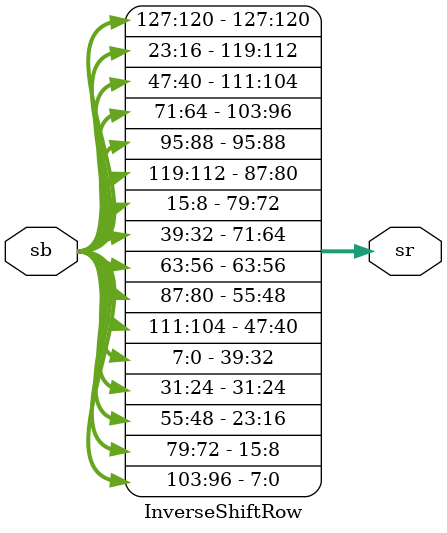
<source format=v>
`timescale 1ns / 1ps

module InverseShiftRow(sb,sr);

input [127:0] sb;
output [127:0] sr;

assign         sr[127:120]= sb[127:120];  
assign         sr[87:80]= sb[119:112];
assign          sr[47:40]= sb[111:104];
assign         sr[7:0]= sb[103:96];
   
assign          sr[95:88]=sb[95:88];
assign          sr[55:48]=sb[87:80];
assign           sr[15:8]=sb[79:72];
assign          sr[103:96]=sb[71:64];
   
assign          sr[63:56]= sb[63:56];
assign           sr[23:16] = sb[55:48] ;
assign          sr[111:104]=sb[47:40];
assign          sr[71:64]=sb[39:32];
   
assign          sr[31:24]=sb[31:24];
assign           sr[119:112]=sb[23:16];
assign          sr[79:72]=sb[15:8];
assign          sr[39:32]=sb[7:0]; 


endmodule

</source>
